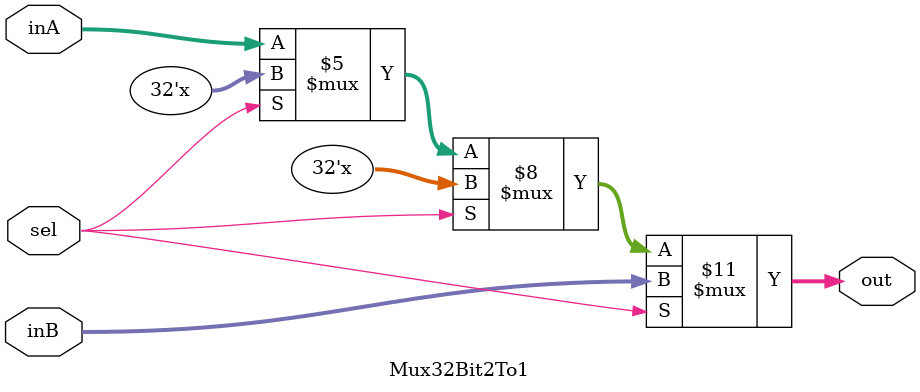
<source format=v>
`timescale 1ns / 1ps


module Mux32Bit2To1(out, inA, inB, sel);

    output reg [31:0] out;
    
    input [31:0] inA;
    input [31:0] inB;
    input sel;
    always @(inA, inB, sel) begin
        if(sel == 1)begin
            out = inB;
        end    
        else if (sel == 0) begin
            out = inA;
        end
    end
endmodule

</source>
